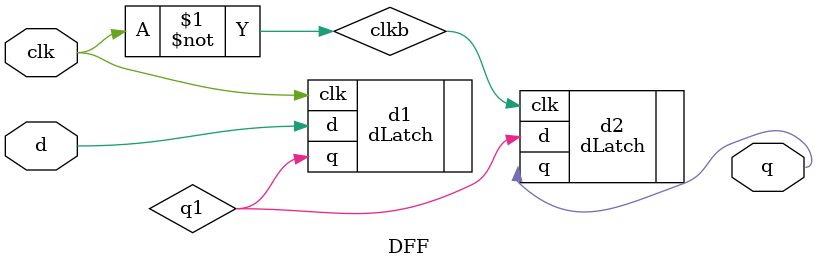
<source format=v>
`timescale 1ns / 1ps

module DFF(
    input d, clk,
    output q
    );
    
    wire q1;
    wire clkb = ~clk;
    
    dLatch d1(.d(d), .clk(clk), .q(q1));
    dLatch d2(.d(q1), .clk(clkb), .q(q));

endmodule
</source>
